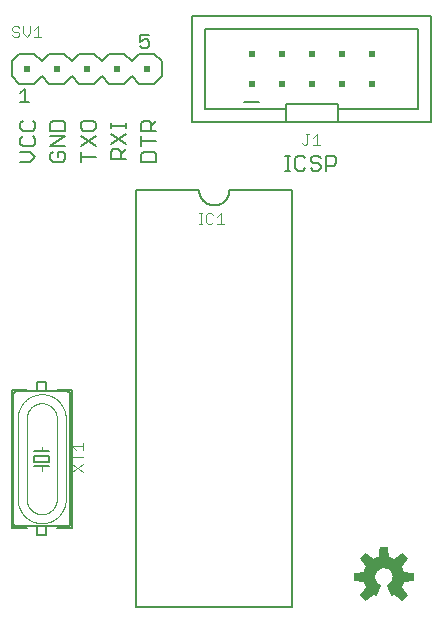
<source format=gto>
G75*
%MOIN*%
%OFA0B0*%
%FSLAX25Y25*%
%IPPOS*%
%LPD*%
%AMOC8*
5,1,8,0,0,1.08239X$1,22.5*
%
%ADD10C,0.00600*%
%ADD11C,0.00500*%
%ADD12R,0.02000X0.02000*%
%ADD13C,0.00400*%
%ADD14C,0.00800*%
%ADD15C,0.00200*%
%ADD16C,0.00300*%
D10*
X0057237Y0015174D02*
X0057237Y0154174D01*
X0078237Y0154174D01*
X0078239Y0154034D01*
X0078245Y0153894D01*
X0078255Y0153754D01*
X0078268Y0153614D01*
X0078286Y0153475D01*
X0078308Y0153336D01*
X0078333Y0153199D01*
X0078362Y0153061D01*
X0078395Y0152925D01*
X0078432Y0152790D01*
X0078473Y0152656D01*
X0078518Y0152523D01*
X0078566Y0152391D01*
X0078618Y0152261D01*
X0078673Y0152132D01*
X0078732Y0152005D01*
X0078795Y0151879D01*
X0078861Y0151755D01*
X0078930Y0151634D01*
X0079003Y0151514D01*
X0079080Y0151396D01*
X0079159Y0151281D01*
X0079242Y0151167D01*
X0079328Y0151057D01*
X0079417Y0150948D01*
X0079509Y0150842D01*
X0079604Y0150739D01*
X0079701Y0150638D01*
X0079802Y0150541D01*
X0079905Y0150446D01*
X0080011Y0150354D01*
X0080120Y0150265D01*
X0080230Y0150179D01*
X0080344Y0150096D01*
X0080459Y0150017D01*
X0080577Y0149940D01*
X0080697Y0149867D01*
X0080818Y0149798D01*
X0080942Y0149732D01*
X0081068Y0149669D01*
X0081195Y0149610D01*
X0081324Y0149555D01*
X0081454Y0149503D01*
X0081586Y0149455D01*
X0081719Y0149410D01*
X0081853Y0149369D01*
X0081988Y0149332D01*
X0082124Y0149299D01*
X0082262Y0149270D01*
X0082399Y0149245D01*
X0082538Y0149223D01*
X0082677Y0149205D01*
X0082817Y0149192D01*
X0082957Y0149182D01*
X0083097Y0149176D01*
X0083237Y0149174D01*
X0083377Y0149176D01*
X0083517Y0149182D01*
X0083657Y0149192D01*
X0083797Y0149205D01*
X0083936Y0149223D01*
X0084075Y0149245D01*
X0084212Y0149270D01*
X0084350Y0149299D01*
X0084486Y0149332D01*
X0084621Y0149369D01*
X0084755Y0149410D01*
X0084888Y0149455D01*
X0085020Y0149503D01*
X0085150Y0149555D01*
X0085279Y0149610D01*
X0085406Y0149669D01*
X0085532Y0149732D01*
X0085656Y0149798D01*
X0085777Y0149867D01*
X0085897Y0149940D01*
X0086015Y0150017D01*
X0086130Y0150096D01*
X0086244Y0150179D01*
X0086354Y0150265D01*
X0086463Y0150354D01*
X0086569Y0150446D01*
X0086672Y0150541D01*
X0086773Y0150638D01*
X0086870Y0150739D01*
X0086965Y0150842D01*
X0087057Y0150948D01*
X0087146Y0151057D01*
X0087232Y0151167D01*
X0087315Y0151281D01*
X0087394Y0151396D01*
X0087471Y0151514D01*
X0087544Y0151634D01*
X0087613Y0151755D01*
X0087679Y0151879D01*
X0087742Y0152005D01*
X0087801Y0152132D01*
X0087856Y0152261D01*
X0087908Y0152391D01*
X0087956Y0152523D01*
X0088001Y0152656D01*
X0088042Y0152790D01*
X0088079Y0152925D01*
X0088112Y0153061D01*
X0088141Y0153199D01*
X0088166Y0153336D01*
X0088188Y0153475D01*
X0088206Y0153614D01*
X0088219Y0153754D01*
X0088229Y0153894D01*
X0088235Y0154034D01*
X0088237Y0154174D01*
X0109237Y0154174D01*
X0109237Y0015174D01*
X0057237Y0015174D01*
X0106820Y0160717D02*
X0108488Y0160717D01*
X0107654Y0160717D02*
X0107654Y0165722D01*
X0106820Y0165722D02*
X0108488Y0165722D01*
X0110257Y0164888D02*
X0110257Y0161551D01*
X0111091Y0160717D01*
X0112760Y0160717D01*
X0113594Y0161551D01*
X0115414Y0161551D02*
X0116248Y0160717D01*
X0117916Y0160717D01*
X0118750Y0161551D01*
X0118750Y0162385D01*
X0117916Y0163219D01*
X0116248Y0163219D01*
X0115414Y0164054D01*
X0115414Y0164888D01*
X0116248Y0165722D01*
X0117916Y0165722D01*
X0118750Y0164888D01*
X0120570Y0165722D02*
X0123072Y0165722D01*
X0123906Y0164888D01*
X0123906Y0163219D01*
X0123072Y0162385D01*
X0120570Y0162385D01*
X0120570Y0160717D02*
X0120570Y0165722D01*
X0113594Y0164888D02*
X0112760Y0165722D01*
X0111091Y0165722D01*
X0110257Y0164888D01*
X0065737Y0192174D02*
X0063237Y0189674D01*
X0058237Y0189674D01*
X0055737Y0192174D01*
X0053237Y0189674D01*
X0048237Y0189674D01*
X0045737Y0192174D01*
X0043237Y0189674D01*
X0038237Y0189674D01*
X0035737Y0192174D01*
X0033237Y0189674D01*
X0028237Y0189674D01*
X0025737Y0192174D01*
X0023237Y0189674D01*
X0018237Y0189674D01*
X0015737Y0192174D01*
X0015737Y0197174D01*
X0018237Y0199674D01*
X0023237Y0199674D01*
X0025737Y0197174D01*
X0028237Y0199674D01*
X0033237Y0199674D01*
X0035737Y0197174D01*
X0038237Y0199674D01*
X0043237Y0199674D01*
X0045737Y0197174D01*
X0048237Y0199674D01*
X0053237Y0199674D01*
X0055737Y0197174D01*
X0058237Y0199674D01*
X0063237Y0199674D01*
X0065737Y0197174D01*
X0065737Y0192174D01*
X0063830Y0177306D02*
X0062162Y0175638D01*
X0062162Y0176472D02*
X0062162Y0173970D01*
X0063830Y0173970D02*
X0058826Y0173970D01*
X0058826Y0176472D01*
X0059660Y0177306D01*
X0061328Y0177306D01*
X0062162Y0176472D01*
X0058826Y0172149D02*
X0058826Y0168813D01*
X0058826Y0170481D02*
X0063830Y0170481D01*
X0062996Y0166993D02*
X0059660Y0166993D01*
X0058826Y0166159D01*
X0058826Y0163657D01*
X0063830Y0163657D01*
X0063830Y0166159D01*
X0062996Y0166993D01*
X0053750Y0167852D02*
X0052082Y0166184D01*
X0052082Y0167018D02*
X0052082Y0164516D01*
X0053750Y0164516D02*
X0048746Y0164516D01*
X0048746Y0167018D01*
X0049580Y0167852D01*
X0051248Y0167852D01*
X0052082Y0167018D01*
X0053750Y0169673D02*
X0048746Y0173009D01*
X0048746Y0174829D02*
X0048746Y0176497D01*
X0048746Y0175663D02*
X0053750Y0175663D01*
X0053750Y0174829D02*
X0053750Y0176497D01*
X0053750Y0173009D02*
X0048746Y0169673D01*
X0043670Y0168813D02*
X0038666Y0172149D01*
X0039500Y0173970D02*
X0038666Y0174804D01*
X0038666Y0176472D01*
X0039500Y0177306D01*
X0042836Y0177306D01*
X0043670Y0176472D01*
X0043670Y0174804D01*
X0042836Y0173970D01*
X0039500Y0173970D01*
X0043670Y0172149D02*
X0038666Y0168813D01*
X0038666Y0166993D02*
X0038666Y0163657D01*
X0038666Y0165325D02*
X0043670Y0165325D01*
X0033590Y0164491D02*
X0033590Y0166159D01*
X0032756Y0166993D01*
X0031088Y0166993D01*
X0031088Y0165325D01*
X0029420Y0166993D02*
X0028586Y0166159D01*
X0028586Y0164491D01*
X0029420Y0163657D01*
X0032756Y0163657D01*
X0033590Y0164491D01*
X0033590Y0168813D02*
X0028586Y0168813D01*
X0033590Y0172149D01*
X0028586Y0172149D01*
X0028586Y0173970D02*
X0028586Y0176472D01*
X0029420Y0177306D01*
X0032756Y0177306D01*
X0033590Y0176472D01*
X0033590Y0173970D01*
X0028586Y0173970D01*
X0023510Y0174804D02*
X0022676Y0173970D01*
X0019340Y0173970D01*
X0018506Y0174804D01*
X0018506Y0176472D01*
X0019340Y0177306D01*
X0022676Y0177306D02*
X0023510Y0176472D01*
X0023510Y0174804D01*
X0022676Y0172149D02*
X0023510Y0171315D01*
X0023510Y0169647D01*
X0022676Y0168813D01*
X0019340Y0168813D01*
X0018506Y0169647D01*
X0018506Y0171315D01*
X0019340Y0172149D01*
X0018506Y0166993D02*
X0021842Y0166993D01*
X0023510Y0165325D01*
X0021842Y0163657D01*
X0018506Y0163657D01*
D11*
X0018487Y0183424D02*
X0021490Y0183424D01*
X0019988Y0183424D02*
X0019988Y0187928D01*
X0018487Y0186427D01*
X0058487Y0202175D02*
X0059238Y0201424D01*
X0060739Y0201424D01*
X0061490Y0202175D01*
X0061490Y0203676D01*
X0060739Y0204427D01*
X0059988Y0204427D01*
X0058487Y0203676D01*
X0058487Y0205928D01*
X0061490Y0205928D01*
D12*
X0060737Y0194674D03*
X0050737Y0194674D03*
X0040737Y0194674D03*
X0030737Y0194674D03*
X0020737Y0194674D03*
X0095737Y0189674D03*
X0095737Y0199674D03*
X0105737Y0199674D03*
X0105737Y0189674D03*
X0115737Y0189674D03*
X0115737Y0199674D03*
X0125737Y0199674D03*
X0125737Y0199674D03*
X0125737Y0189674D03*
X0125737Y0189674D03*
X0135737Y0189674D03*
X0135737Y0199674D03*
D13*
X0117353Y0172863D02*
X0117353Y0169323D01*
X0116173Y0169323D02*
X0118533Y0169323D01*
X0116173Y0171683D02*
X0117353Y0172863D01*
X0114908Y0172863D02*
X0113728Y0172863D01*
X0114318Y0172863D02*
X0114318Y0169913D01*
X0113728Y0169323D01*
X0113138Y0169323D01*
X0112548Y0169913D01*
X0086524Y0143063D02*
X0084164Y0143063D01*
X0085344Y0143063D02*
X0085344Y0146603D01*
X0084164Y0145423D01*
X0082899Y0146013D02*
X0082309Y0146603D01*
X0081129Y0146603D01*
X0080539Y0146013D01*
X0080539Y0143653D01*
X0081129Y0143063D01*
X0082309Y0143063D01*
X0082899Y0143653D01*
X0079302Y0143063D02*
X0078122Y0143063D01*
X0078712Y0143063D02*
X0078712Y0146603D01*
X0078122Y0146603D02*
X0079302Y0146603D01*
X0025547Y0205311D02*
X0023187Y0205311D01*
X0024367Y0205311D02*
X0024367Y0208851D01*
X0023187Y0207671D01*
X0021922Y0206491D02*
X0021922Y0208851D01*
X0019562Y0208851D02*
X0019562Y0206491D01*
X0020742Y0205311D01*
X0021922Y0206491D01*
X0018297Y0206491D02*
X0018297Y0205901D01*
X0017707Y0205311D01*
X0016527Y0205311D01*
X0015937Y0205901D01*
X0016527Y0207081D02*
X0017707Y0207081D01*
X0018297Y0206491D01*
X0018297Y0208261D02*
X0017707Y0208851D01*
X0016527Y0208851D01*
X0015937Y0208261D01*
X0015937Y0207671D01*
X0016527Y0207081D01*
X0039448Y0070021D02*
X0039448Y0067661D01*
X0039448Y0068841D02*
X0035908Y0068841D01*
X0037088Y0067661D01*
X0035908Y0066396D02*
X0035908Y0064036D01*
X0035908Y0065216D02*
X0039448Y0065216D01*
X0039448Y0062771D02*
X0035908Y0060411D01*
X0035908Y0062771D02*
X0039448Y0060411D01*
D14*
X0027237Y0039174D02*
X0024237Y0039174D01*
X0024237Y0042174D01*
X0027237Y0042174D02*
X0027237Y0039174D01*
X0030737Y0041674D02*
X0035737Y0041674D01*
X0035737Y0087674D01*
X0030737Y0087674D01*
X0027237Y0087174D02*
X0027237Y0090174D01*
X0024237Y0090174D01*
X0024237Y0087174D01*
X0017237Y0087174D01*
X0017177Y0087172D01*
X0017116Y0087167D01*
X0017057Y0087158D01*
X0016998Y0087145D01*
X0016939Y0087129D01*
X0016882Y0087109D01*
X0016827Y0087086D01*
X0016772Y0087059D01*
X0016720Y0087030D01*
X0016669Y0086997D01*
X0016620Y0086961D01*
X0016574Y0086923D01*
X0016530Y0086881D01*
X0016488Y0086837D01*
X0016450Y0086791D01*
X0016414Y0086742D01*
X0016381Y0086691D01*
X0016352Y0086639D01*
X0016325Y0086584D01*
X0016302Y0086529D01*
X0016282Y0086472D01*
X0016266Y0086413D01*
X0016253Y0086354D01*
X0016244Y0086295D01*
X0016239Y0086234D01*
X0016237Y0086174D01*
X0016237Y0043174D01*
X0016239Y0043114D01*
X0016244Y0043053D01*
X0016253Y0042994D01*
X0016266Y0042935D01*
X0016282Y0042876D01*
X0016302Y0042819D01*
X0016325Y0042764D01*
X0016352Y0042709D01*
X0016381Y0042657D01*
X0016414Y0042606D01*
X0016450Y0042557D01*
X0016488Y0042511D01*
X0016530Y0042467D01*
X0016574Y0042425D01*
X0016620Y0042387D01*
X0016669Y0042351D01*
X0016720Y0042318D01*
X0016772Y0042289D01*
X0016827Y0042262D01*
X0016882Y0042239D01*
X0016939Y0042219D01*
X0016998Y0042203D01*
X0017057Y0042190D01*
X0017116Y0042181D01*
X0017177Y0042176D01*
X0017237Y0042174D01*
X0034237Y0042174D01*
X0034297Y0042176D01*
X0034358Y0042181D01*
X0034417Y0042190D01*
X0034476Y0042203D01*
X0034535Y0042219D01*
X0034592Y0042239D01*
X0034647Y0042262D01*
X0034702Y0042289D01*
X0034754Y0042318D01*
X0034805Y0042351D01*
X0034854Y0042387D01*
X0034900Y0042425D01*
X0034944Y0042467D01*
X0034986Y0042511D01*
X0035024Y0042557D01*
X0035060Y0042606D01*
X0035093Y0042657D01*
X0035122Y0042709D01*
X0035149Y0042764D01*
X0035172Y0042819D01*
X0035192Y0042876D01*
X0035208Y0042935D01*
X0035221Y0042994D01*
X0035230Y0043053D01*
X0035235Y0043114D01*
X0035237Y0043174D01*
X0035237Y0086174D01*
X0035235Y0086234D01*
X0035230Y0086295D01*
X0035221Y0086354D01*
X0035208Y0086413D01*
X0035192Y0086472D01*
X0035172Y0086529D01*
X0035149Y0086584D01*
X0035122Y0086639D01*
X0035093Y0086691D01*
X0035060Y0086742D01*
X0035024Y0086791D01*
X0034986Y0086837D01*
X0034944Y0086881D01*
X0034900Y0086923D01*
X0034854Y0086961D01*
X0034805Y0086997D01*
X0034754Y0087030D01*
X0034702Y0087059D01*
X0034647Y0087086D01*
X0034592Y0087109D01*
X0034535Y0087129D01*
X0034476Y0087145D01*
X0034417Y0087158D01*
X0034358Y0087167D01*
X0034297Y0087172D01*
X0034237Y0087174D01*
X0027237Y0087174D01*
X0024237Y0087174D01*
X0020737Y0087674D02*
X0015737Y0087674D01*
X0015737Y0041674D01*
X0020737Y0041674D01*
X0023237Y0062174D02*
X0025737Y0062174D01*
X0028237Y0062174D01*
X0028237Y0063674D02*
X0028237Y0065674D01*
X0023237Y0065674D01*
X0023237Y0063674D01*
X0028237Y0063674D01*
X0028237Y0067174D02*
X0025737Y0067174D01*
X0023237Y0067174D01*
X0075973Y0176957D02*
X0075973Y0211997D01*
X0075973Y0212391D02*
X0155501Y0212391D01*
X0155501Y0176957D01*
X0124398Y0176957D01*
X0124398Y0182863D01*
X0107076Y0182863D01*
X0107076Y0176957D01*
X0075973Y0176957D01*
X0080304Y0181288D02*
X0107076Y0181288D01*
X0107076Y0176957D02*
X0124398Y0176957D01*
X0124398Y0181288D02*
X0151170Y0181288D01*
X0151170Y0208060D01*
X0080304Y0208060D01*
X0080304Y0181288D01*
X0093237Y0183749D02*
X0098237Y0183749D01*
D15*
X0033737Y0078174D02*
X0033737Y0051174D01*
X0030737Y0051174D02*
X0030737Y0078174D01*
X0030237Y0084788D02*
X0030074Y0084896D01*
X0029909Y0085000D01*
X0029741Y0085100D01*
X0029571Y0085195D01*
X0029399Y0085287D01*
X0029225Y0085374D01*
X0029048Y0085457D01*
X0028869Y0085535D01*
X0028689Y0085609D01*
X0028507Y0085679D01*
X0028323Y0085744D01*
X0028138Y0085805D01*
X0027951Y0085862D01*
X0027763Y0085913D01*
X0027574Y0085960D01*
X0027383Y0086003D01*
X0027192Y0086041D01*
X0027000Y0086074D01*
X0026807Y0086102D01*
X0026613Y0086126D01*
X0026419Y0086145D01*
X0026224Y0086159D01*
X0026030Y0086169D01*
X0025835Y0086173D01*
X0025639Y0086173D01*
X0025444Y0086169D01*
X0025250Y0086159D01*
X0025055Y0086145D01*
X0024861Y0086126D01*
X0024667Y0086102D01*
X0024474Y0086074D01*
X0024282Y0086041D01*
X0024091Y0086003D01*
X0023900Y0085960D01*
X0023711Y0085913D01*
X0023523Y0085862D01*
X0023336Y0085805D01*
X0023151Y0085744D01*
X0022967Y0085679D01*
X0022785Y0085609D01*
X0022605Y0085535D01*
X0022426Y0085457D01*
X0022249Y0085374D01*
X0022075Y0085287D01*
X0021903Y0085195D01*
X0021733Y0085100D01*
X0021565Y0085000D01*
X0021400Y0084896D01*
X0021237Y0084788D01*
X0020737Y0078174D02*
X0020737Y0051174D01*
X0017737Y0051174D02*
X0017737Y0078174D01*
X0020737Y0078174D02*
X0020739Y0078307D01*
X0020744Y0078439D01*
X0020753Y0078571D01*
X0020765Y0078704D01*
X0020781Y0078835D01*
X0020800Y0078967D01*
X0020823Y0079097D01*
X0020849Y0079227D01*
X0020879Y0079357D01*
X0020912Y0079485D01*
X0020948Y0079613D01*
X0020988Y0079739D01*
X0021031Y0079865D01*
X0021078Y0079989D01*
X0021128Y0080112D01*
X0021181Y0080233D01*
X0021237Y0080353D01*
X0017737Y0078174D02*
X0017739Y0078368D01*
X0017746Y0078563D01*
X0017758Y0078757D01*
X0017775Y0078951D01*
X0017796Y0079145D01*
X0017822Y0079338D01*
X0017853Y0079530D01*
X0017888Y0079721D01*
X0017928Y0079912D01*
X0017973Y0080101D01*
X0018022Y0080290D01*
X0018076Y0080477D01*
X0018134Y0080663D01*
X0018197Y0080847D01*
X0018264Y0081030D01*
X0018336Y0081211D01*
X0018412Y0081390D01*
X0018492Y0081567D01*
X0018577Y0081742D01*
X0018666Y0081916D01*
X0018759Y0082087D01*
X0018856Y0082255D01*
X0018958Y0082421D01*
X0019063Y0082585D01*
X0019172Y0082746D01*
X0019286Y0082905D01*
X0019403Y0083060D01*
X0019523Y0083213D01*
X0019648Y0083363D01*
X0019776Y0083509D01*
X0019907Y0083653D01*
X0020042Y0083793D01*
X0020181Y0083930D01*
X0020323Y0084063D01*
X0020467Y0084193D01*
X0020615Y0084320D01*
X0020767Y0084443D01*
X0020921Y0084562D01*
X0021077Y0084677D01*
X0021237Y0084788D01*
X0030237Y0080353D02*
X0030293Y0080233D01*
X0030346Y0080112D01*
X0030396Y0079989D01*
X0030443Y0079865D01*
X0030486Y0079739D01*
X0030526Y0079613D01*
X0030562Y0079485D01*
X0030595Y0079357D01*
X0030625Y0079227D01*
X0030651Y0079097D01*
X0030674Y0078967D01*
X0030693Y0078835D01*
X0030709Y0078704D01*
X0030721Y0078571D01*
X0030730Y0078439D01*
X0030735Y0078307D01*
X0030737Y0078174D01*
X0030237Y0080354D02*
X0030174Y0080479D01*
X0030108Y0080602D01*
X0030038Y0080723D01*
X0029965Y0080843D01*
X0029889Y0080960D01*
X0029809Y0081075D01*
X0029726Y0081188D01*
X0029641Y0081298D01*
X0029552Y0081406D01*
X0029460Y0081512D01*
X0029365Y0081615D01*
X0029267Y0081715D01*
X0029166Y0081812D01*
X0029063Y0081907D01*
X0028958Y0081999D01*
X0028849Y0082087D01*
X0028738Y0082173D01*
X0028625Y0082255D01*
X0028510Y0082335D01*
X0028392Y0082411D01*
X0028273Y0082483D01*
X0028151Y0082553D01*
X0028028Y0082618D01*
X0027902Y0082681D01*
X0027775Y0082740D01*
X0027647Y0082795D01*
X0027517Y0082847D01*
X0027385Y0082895D01*
X0027252Y0082939D01*
X0027118Y0082979D01*
X0026983Y0083016D01*
X0026847Y0083049D01*
X0026711Y0083078D01*
X0026573Y0083104D01*
X0026435Y0083125D01*
X0026296Y0083143D01*
X0026156Y0083156D01*
X0026017Y0083166D01*
X0025877Y0083172D01*
X0025737Y0083174D01*
X0025597Y0083172D01*
X0025457Y0083166D01*
X0025318Y0083156D01*
X0025178Y0083143D01*
X0025039Y0083125D01*
X0024901Y0083104D01*
X0024763Y0083078D01*
X0024627Y0083049D01*
X0024491Y0083016D01*
X0024356Y0082979D01*
X0024222Y0082939D01*
X0024089Y0082895D01*
X0023957Y0082847D01*
X0023827Y0082795D01*
X0023699Y0082740D01*
X0023572Y0082681D01*
X0023446Y0082618D01*
X0023323Y0082553D01*
X0023201Y0082483D01*
X0023082Y0082411D01*
X0022964Y0082335D01*
X0022849Y0082255D01*
X0022736Y0082173D01*
X0022625Y0082087D01*
X0022516Y0081999D01*
X0022411Y0081907D01*
X0022308Y0081812D01*
X0022207Y0081715D01*
X0022109Y0081615D01*
X0022014Y0081512D01*
X0021922Y0081406D01*
X0021833Y0081298D01*
X0021748Y0081188D01*
X0021665Y0081075D01*
X0021585Y0080960D01*
X0021509Y0080843D01*
X0021436Y0080723D01*
X0021366Y0080602D01*
X0021300Y0080479D01*
X0021237Y0080354D01*
X0030237Y0084789D02*
X0030396Y0084677D01*
X0030553Y0084562D01*
X0030707Y0084443D01*
X0030858Y0084320D01*
X0031006Y0084193D01*
X0031151Y0084063D01*
X0031293Y0083930D01*
X0031431Y0083793D01*
X0031566Y0083653D01*
X0031698Y0083509D01*
X0031826Y0083363D01*
X0031950Y0083213D01*
X0032071Y0083060D01*
X0032188Y0082905D01*
X0032301Y0082746D01*
X0032411Y0082585D01*
X0032516Y0082422D01*
X0032618Y0082255D01*
X0032715Y0082087D01*
X0032808Y0081916D01*
X0032897Y0081743D01*
X0032982Y0081567D01*
X0033062Y0081390D01*
X0033138Y0081211D01*
X0033210Y0081030D01*
X0033277Y0080847D01*
X0033340Y0080663D01*
X0033398Y0080477D01*
X0033452Y0080290D01*
X0033501Y0080102D01*
X0033546Y0079912D01*
X0033586Y0079722D01*
X0033621Y0079530D01*
X0033652Y0079338D01*
X0033678Y0079145D01*
X0033699Y0078952D01*
X0033716Y0078758D01*
X0033728Y0078563D01*
X0033735Y0078369D01*
X0033737Y0078174D01*
X0025737Y0068674D02*
X0025737Y0067174D01*
X0025737Y0062174D02*
X0025737Y0060674D01*
X0017737Y0051174D02*
X0017739Y0050979D01*
X0017746Y0050784D01*
X0017758Y0050590D01*
X0017775Y0050396D01*
X0017796Y0050203D01*
X0017822Y0050010D01*
X0017853Y0049817D01*
X0017888Y0049626D01*
X0017928Y0049435D01*
X0017973Y0049246D01*
X0018022Y0049058D01*
X0018076Y0048870D01*
X0018134Y0048685D01*
X0018197Y0048500D01*
X0018264Y0048318D01*
X0018336Y0048137D01*
X0018412Y0047958D01*
X0018492Y0047780D01*
X0018577Y0047605D01*
X0018666Y0047432D01*
X0018759Y0047261D01*
X0018857Y0047092D01*
X0018958Y0046926D01*
X0019063Y0046762D01*
X0019173Y0046601D01*
X0019286Y0046443D01*
X0019403Y0046287D01*
X0019524Y0046135D01*
X0019648Y0045985D01*
X0019776Y0045838D01*
X0019908Y0045695D01*
X0020043Y0045555D01*
X0020181Y0045418D01*
X0020323Y0045284D01*
X0020468Y0045154D01*
X0020616Y0045028D01*
X0020767Y0044905D01*
X0020921Y0044786D01*
X0021078Y0044671D01*
X0021237Y0044559D01*
X0030237Y0044560D02*
X0030397Y0044671D01*
X0030553Y0044786D01*
X0030707Y0044905D01*
X0030859Y0045028D01*
X0031007Y0045155D01*
X0031151Y0045285D01*
X0031293Y0045418D01*
X0031432Y0045555D01*
X0031567Y0045695D01*
X0031698Y0045839D01*
X0031826Y0045985D01*
X0031951Y0046135D01*
X0032071Y0046288D01*
X0032188Y0046443D01*
X0032302Y0046602D01*
X0032411Y0046763D01*
X0032516Y0046927D01*
X0032618Y0047093D01*
X0032715Y0047261D01*
X0032808Y0047432D01*
X0032897Y0047606D01*
X0032982Y0047781D01*
X0033062Y0047958D01*
X0033138Y0048137D01*
X0033210Y0048318D01*
X0033277Y0048501D01*
X0033340Y0048685D01*
X0033398Y0048871D01*
X0033452Y0049058D01*
X0033501Y0049247D01*
X0033546Y0049436D01*
X0033586Y0049627D01*
X0033621Y0049818D01*
X0033652Y0050010D01*
X0033678Y0050203D01*
X0033699Y0050397D01*
X0033716Y0050591D01*
X0033728Y0050785D01*
X0033735Y0050980D01*
X0033737Y0051174D01*
X0030237Y0044560D02*
X0030074Y0044452D01*
X0029909Y0044348D01*
X0029741Y0044248D01*
X0029571Y0044153D01*
X0029399Y0044061D01*
X0029225Y0043974D01*
X0029048Y0043891D01*
X0028869Y0043813D01*
X0028689Y0043739D01*
X0028507Y0043669D01*
X0028323Y0043604D01*
X0028138Y0043543D01*
X0027951Y0043486D01*
X0027763Y0043435D01*
X0027574Y0043388D01*
X0027383Y0043345D01*
X0027192Y0043307D01*
X0027000Y0043274D01*
X0026807Y0043246D01*
X0026613Y0043222D01*
X0026419Y0043203D01*
X0026224Y0043189D01*
X0026030Y0043179D01*
X0025835Y0043175D01*
X0025639Y0043175D01*
X0025444Y0043179D01*
X0025250Y0043189D01*
X0025055Y0043203D01*
X0024861Y0043222D01*
X0024667Y0043246D01*
X0024474Y0043274D01*
X0024282Y0043307D01*
X0024091Y0043345D01*
X0023900Y0043388D01*
X0023711Y0043435D01*
X0023523Y0043486D01*
X0023336Y0043543D01*
X0023151Y0043604D01*
X0022967Y0043669D01*
X0022785Y0043739D01*
X0022605Y0043813D01*
X0022426Y0043891D01*
X0022249Y0043974D01*
X0022075Y0044061D01*
X0021903Y0044153D01*
X0021733Y0044248D01*
X0021565Y0044348D01*
X0021400Y0044452D01*
X0021237Y0044560D01*
X0021237Y0048995D02*
X0021181Y0049115D01*
X0021128Y0049236D01*
X0021078Y0049359D01*
X0021031Y0049483D01*
X0020988Y0049609D01*
X0020948Y0049735D01*
X0020912Y0049863D01*
X0020879Y0049991D01*
X0020849Y0050121D01*
X0020823Y0050251D01*
X0020800Y0050381D01*
X0020781Y0050513D01*
X0020765Y0050644D01*
X0020753Y0050777D01*
X0020744Y0050909D01*
X0020739Y0051041D01*
X0020737Y0051174D01*
X0021237Y0048994D02*
X0021300Y0048869D01*
X0021366Y0048746D01*
X0021436Y0048625D01*
X0021509Y0048505D01*
X0021585Y0048388D01*
X0021665Y0048273D01*
X0021748Y0048160D01*
X0021833Y0048050D01*
X0021922Y0047942D01*
X0022014Y0047836D01*
X0022109Y0047733D01*
X0022207Y0047633D01*
X0022308Y0047536D01*
X0022411Y0047441D01*
X0022516Y0047349D01*
X0022625Y0047261D01*
X0022736Y0047175D01*
X0022849Y0047093D01*
X0022964Y0047013D01*
X0023082Y0046937D01*
X0023201Y0046865D01*
X0023323Y0046795D01*
X0023446Y0046730D01*
X0023572Y0046667D01*
X0023699Y0046608D01*
X0023827Y0046553D01*
X0023957Y0046501D01*
X0024089Y0046453D01*
X0024222Y0046409D01*
X0024356Y0046369D01*
X0024491Y0046332D01*
X0024627Y0046299D01*
X0024763Y0046270D01*
X0024901Y0046244D01*
X0025039Y0046223D01*
X0025178Y0046205D01*
X0025318Y0046192D01*
X0025457Y0046182D01*
X0025597Y0046176D01*
X0025737Y0046174D01*
X0025877Y0046176D01*
X0026017Y0046182D01*
X0026156Y0046192D01*
X0026296Y0046205D01*
X0026435Y0046223D01*
X0026573Y0046244D01*
X0026711Y0046270D01*
X0026847Y0046299D01*
X0026983Y0046332D01*
X0027118Y0046369D01*
X0027252Y0046409D01*
X0027385Y0046453D01*
X0027517Y0046501D01*
X0027647Y0046553D01*
X0027775Y0046608D01*
X0027902Y0046667D01*
X0028028Y0046730D01*
X0028151Y0046795D01*
X0028273Y0046865D01*
X0028392Y0046937D01*
X0028510Y0047013D01*
X0028625Y0047093D01*
X0028738Y0047175D01*
X0028849Y0047261D01*
X0028958Y0047349D01*
X0029063Y0047441D01*
X0029166Y0047536D01*
X0029267Y0047633D01*
X0029365Y0047733D01*
X0029460Y0047836D01*
X0029552Y0047942D01*
X0029641Y0048050D01*
X0029726Y0048160D01*
X0029809Y0048273D01*
X0029889Y0048388D01*
X0029965Y0048505D01*
X0030038Y0048625D01*
X0030108Y0048746D01*
X0030174Y0048869D01*
X0030237Y0048994D01*
X0030237Y0048995D02*
X0030293Y0049115D01*
X0030346Y0049236D01*
X0030396Y0049359D01*
X0030443Y0049483D01*
X0030486Y0049609D01*
X0030526Y0049735D01*
X0030562Y0049863D01*
X0030595Y0049991D01*
X0030625Y0050121D01*
X0030651Y0050251D01*
X0030674Y0050381D01*
X0030693Y0050513D01*
X0030709Y0050644D01*
X0030721Y0050777D01*
X0030730Y0050909D01*
X0030735Y0051041D01*
X0030737Y0051174D01*
D16*
X0129826Y0026622D02*
X0129826Y0024222D01*
X0133002Y0023900D01*
X0133344Y0022833D01*
X0133857Y0021836D01*
X0131839Y0019362D01*
X0133535Y0017666D01*
X0136009Y0019683D01*
X0137006Y0019170D01*
X0138418Y0022580D01*
X0137886Y0022865D01*
X0137420Y0023247D01*
X0137038Y0023713D01*
X0136753Y0024245D01*
X0136578Y0024822D01*
X0136519Y0025422D01*
X0136584Y0026050D01*
X0136776Y0026652D01*
X0137087Y0027202D01*
X0137503Y0027677D01*
X0138008Y0028057D01*
X0138579Y0028325D01*
X0139194Y0028472D01*
X0139825Y0028489D01*
X0140447Y0028378D01*
X0141032Y0028142D01*
X0141558Y0027791D01*
X0142000Y0027340D01*
X0142341Y0026808D01*
X0142566Y0026218D01*
X0142666Y0025595D01*
X0142637Y0024964D01*
X0142479Y0024352D01*
X0142200Y0023786D01*
X0141811Y0023288D01*
X0141328Y0022881D01*
X0140772Y0022580D01*
X0142185Y0019170D01*
X0143181Y0019683D01*
X0145655Y0017666D01*
X0147351Y0019362D01*
X0145334Y0021836D01*
X0145847Y0022833D01*
X0146189Y0023900D01*
X0149365Y0024222D01*
X0149365Y0026622D01*
X0146189Y0026944D01*
X0145847Y0028012D01*
X0145334Y0029008D01*
X0147351Y0031482D01*
X0145655Y0033178D01*
X0143181Y0031161D01*
X0142185Y0031674D01*
X0141117Y0032015D01*
X0140795Y0035191D01*
X0138396Y0035191D01*
X0138073Y0032015D01*
X0137006Y0031674D01*
X0136009Y0031161D01*
X0133535Y0033178D01*
X0131839Y0031482D01*
X0133857Y0029008D01*
X0133344Y0028012D01*
X0133002Y0026944D01*
X0129826Y0026622D01*
X0129826Y0026391D02*
X0136693Y0026391D01*
X0136597Y0026092D02*
X0129826Y0026092D01*
X0129826Y0025794D02*
X0136558Y0025794D01*
X0136527Y0025495D02*
X0129826Y0025495D01*
X0129826Y0025197D02*
X0136541Y0025197D01*
X0136571Y0024898D02*
X0129826Y0024898D01*
X0129826Y0024600D02*
X0136646Y0024600D01*
X0136736Y0024301D02*
X0129826Y0024301D01*
X0130491Y0026689D02*
X0136797Y0026689D01*
X0136966Y0026988D02*
X0133016Y0026988D01*
X0133111Y0027286D02*
X0137160Y0027286D01*
X0137422Y0027585D02*
X0133207Y0027585D01*
X0133303Y0027883D02*
X0137777Y0027883D01*
X0138274Y0028182D02*
X0133431Y0028182D01*
X0133585Y0028480D02*
X0139499Y0028480D01*
X0139876Y0028480D02*
X0145606Y0028480D01*
X0145759Y0028182D02*
X0140933Y0028182D01*
X0141419Y0027883D02*
X0145888Y0027883D01*
X0145984Y0027585D02*
X0141760Y0027585D01*
X0142034Y0027286D02*
X0146079Y0027286D01*
X0146175Y0026988D02*
X0142226Y0026988D01*
X0142387Y0026689D02*
X0148700Y0026689D01*
X0149365Y0026391D02*
X0142500Y0026391D01*
X0142587Y0026092D02*
X0149365Y0026092D01*
X0149365Y0025794D02*
X0142634Y0025794D01*
X0142662Y0025495D02*
X0149365Y0025495D01*
X0149365Y0025197D02*
X0142648Y0025197D01*
X0142620Y0024898D02*
X0149365Y0024898D01*
X0149365Y0024600D02*
X0142543Y0024600D01*
X0142454Y0024301D02*
X0149365Y0024301D01*
X0147199Y0024003D02*
X0142307Y0024003D01*
X0142136Y0023704D02*
X0146126Y0023704D01*
X0146030Y0023406D02*
X0141902Y0023406D01*
X0141596Y0023107D02*
X0145935Y0023107D01*
X0145835Y0022809D02*
X0141195Y0022809D01*
X0140802Y0022510D02*
X0145681Y0022510D01*
X0145527Y0022211D02*
X0140925Y0022211D01*
X0141049Y0021913D02*
X0145373Y0021913D01*
X0145515Y0021614D02*
X0141173Y0021614D01*
X0141296Y0021316D02*
X0145758Y0021316D01*
X0146002Y0021017D02*
X0141420Y0021017D01*
X0141543Y0020719D02*
X0146245Y0020719D01*
X0146488Y0020420D02*
X0141667Y0020420D01*
X0141791Y0020122D02*
X0146732Y0020122D01*
X0146975Y0019823D02*
X0141914Y0019823D01*
X0142038Y0019525D02*
X0142873Y0019525D01*
X0143376Y0019525D02*
X0147219Y0019525D01*
X0147215Y0019226D02*
X0143742Y0019226D01*
X0144108Y0018928D02*
X0146917Y0018928D01*
X0146618Y0018629D02*
X0144474Y0018629D01*
X0144840Y0018331D02*
X0146320Y0018331D01*
X0146021Y0018032D02*
X0145206Y0018032D01*
X0145572Y0017734D02*
X0145723Y0017734D01*
X0142294Y0019226D02*
X0142162Y0019226D01*
X0137771Y0021017D02*
X0133189Y0021017D01*
X0132946Y0020719D02*
X0137647Y0020719D01*
X0137523Y0020420D02*
X0132702Y0020420D01*
X0132459Y0020122D02*
X0137400Y0020122D01*
X0137276Y0019823D02*
X0132215Y0019823D01*
X0131972Y0019525D02*
X0135815Y0019525D01*
X0135449Y0019226D02*
X0131975Y0019226D01*
X0132274Y0018928D02*
X0135083Y0018928D01*
X0134717Y0018629D02*
X0132572Y0018629D01*
X0132871Y0018331D02*
X0134351Y0018331D01*
X0133985Y0018032D02*
X0133169Y0018032D01*
X0133468Y0017734D02*
X0133618Y0017734D01*
X0136317Y0019525D02*
X0137152Y0019525D01*
X0137029Y0019226D02*
X0136896Y0019226D01*
X0137894Y0021316D02*
X0133432Y0021316D01*
X0133676Y0021614D02*
X0138018Y0021614D01*
X0138142Y0021913D02*
X0133817Y0021913D01*
X0133663Y0022211D02*
X0138265Y0022211D01*
X0138389Y0022510D02*
X0133510Y0022510D01*
X0133356Y0022809D02*
X0137991Y0022809D01*
X0137591Y0023107D02*
X0133256Y0023107D01*
X0133160Y0023406D02*
X0137290Y0023406D01*
X0137045Y0023704D02*
X0133065Y0023704D01*
X0131992Y0024003D02*
X0136883Y0024003D01*
X0133739Y0028779D02*
X0145452Y0028779D01*
X0145390Y0029077D02*
X0133800Y0029077D01*
X0133557Y0029376D02*
X0145634Y0029376D01*
X0145877Y0029674D02*
X0133313Y0029674D01*
X0133070Y0029973D02*
X0146121Y0029973D01*
X0146364Y0030271D02*
X0132826Y0030271D01*
X0132583Y0030570D02*
X0146607Y0030570D01*
X0146851Y0030868D02*
X0132340Y0030868D01*
X0132096Y0031167D02*
X0136002Y0031167D01*
X0136021Y0031167D02*
X0143169Y0031167D01*
X0143189Y0031167D02*
X0147094Y0031167D01*
X0147338Y0031465D02*
X0143555Y0031465D01*
X0143921Y0031764D02*
X0147069Y0031764D01*
X0146771Y0032062D02*
X0144287Y0032062D01*
X0144653Y0032361D02*
X0146472Y0032361D01*
X0146174Y0032659D02*
X0145019Y0032659D01*
X0145385Y0032958D02*
X0145875Y0032958D01*
X0142589Y0031465D02*
X0136601Y0031465D01*
X0137287Y0031764D02*
X0141903Y0031764D01*
X0141113Y0032062D02*
X0138078Y0032062D01*
X0138108Y0032361D02*
X0141082Y0032361D01*
X0141052Y0032659D02*
X0138139Y0032659D01*
X0138169Y0032958D02*
X0141022Y0032958D01*
X0140991Y0033256D02*
X0138199Y0033256D01*
X0138230Y0033555D02*
X0140961Y0033555D01*
X0140931Y0033853D02*
X0138260Y0033853D01*
X0138290Y0034152D02*
X0140900Y0034152D01*
X0140870Y0034450D02*
X0138320Y0034450D01*
X0138351Y0034749D02*
X0140840Y0034749D01*
X0140809Y0035047D02*
X0138381Y0035047D01*
X0135636Y0031465D02*
X0131853Y0031465D01*
X0132121Y0031764D02*
X0135270Y0031764D01*
X0134904Y0032062D02*
X0132420Y0032062D01*
X0132718Y0032361D02*
X0134537Y0032361D01*
X0134171Y0032659D02*
X0133017Y0032659D01*
X0133315Y0032958D02*
X0133805Y0032958D01*
M02*

</source>
